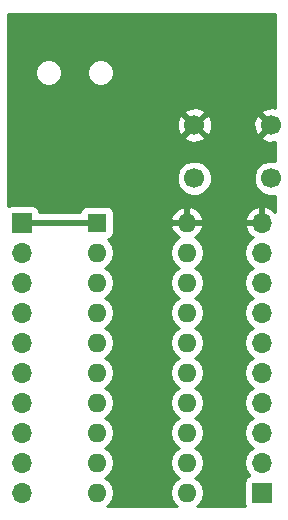
<source format=gbr>
G04 #@! TF.GenerationSoftware,KiCad,Pcbnew,(5.0.0)*
G04 #@! TF.CreationDate,2019-03-11T23:44:19-04:00*
G04 #@! TF.ProjectId,1-Hour-Board,312D486F75722D426F6172642E6B6963,rev?*
G04 #@! TF.SameCoordinates,Original*
G04 #@! TF.FileFunction,Copper,L2,Bot,Signal*
G04 #@! TF.FilePolarity,Positive*
%FSLAX46Y46*%
G04 Gerber Fmt 4.6, Leading zero omitted, Abs format (unit mm)*
G04 Created by KiCad (PCBNEW (5.0.0)) date 03/11/19 23:44:19*
%MOMM*%
%LPD*%
G01*
G04 APERTURE LIST*
G04 #@! TA.AperFunction,ComponentPad*
%ADD10C,1.700000*%
G04 #@! TD*
G04 #@! TA.AperFunction,ComponentPad*
%ADD11R,1.700000X1.700000*%
G04 #@! TD*
G04 #@! TA.AperFunction,ComponentPad*
%ADD12O,1.700000X1.700000*%
G04 #@! TD*
G04 #@! TA.AperFunction,ComponentPad*
%ADD13R,1.600000X1.600000*%
G04 #@! TD*
G04 #@! TA.AperFunction,ComponentPad*
%ADD14O,1.600000X1.600000*%
G04 #@! TD*
G04 #@! TA.AperFunction,ViaPad*
%ADD15C,0.800000*%
G04 #@! TD*
G04 #@! TA.AperFunction,Conductor*
%ADD16C,0.508000*%
G04 #@! TD*
G04 #@! TA.AperFunction,Conductor*
%ADD17C,0.254000*%
G04 #@! TD*
G04 APERTURE END LIST*
D10*
G04 #@! TO.P,SW1,1*
G04 #@! TO.N,GND*
X116205000Y-93345000D03*
X122705000Y-93345000D03*
G04 #@! TO.P,SW1,2*
G04 #@! TO.N,/~RST*
X116205000Y-97845000D03*
X122705000Y-97845000D03*
G04 #@! TD*
D11*
G04 #@! TO.P,J1,1*
G04 #@! TO.N,+3V3*
X101600000Y-101600000D03*
D12*
G04 #@! TO.P,J1,2*
G04 #@! TO.N,/P2*
X101600000Y-104140000D03*
G04 #@! TO.P,J1,3*
G04 #@! TO.N,/P3*
X101600000Y-106680000D03*
G04 #@! TO.P,J1,4*
G04 #@! TO.N,/P4*
X101600000Y-109220000D03*
G04 #@! TO.P,J1,5*
G04 #@! TO.N,/P5*
X101600000Y-111760000D03*
G04 #@! TO.P,J1,6*
G04 #@! TO.N,/P6*
X101600000Y-114300000D03*
G04 #@! TO.P,J1,7*
G04 #@! TO.N,/P7*
X101600000Y-116840000D03*
G04 #@! TO.P,J1,8*
G04 #@! TO.N,/P8*
X101600000Y-119380000D03*
G04 #@! TO.P,J1,9*
G04 #@! TO.N,/P9*
X101600000Y-121920000D03*
G04 #@! TO.P,J1,10*
G04 #@! TO.N,/P10*
X101600000Y-124460000D03*
G04 #@! TD*
G04 #@! TO.P,J2,10*
G04 #@! TO.N,GND*
X121920000Y-101600000D03*
G04 #@! TO.P,J2,9*
G04 #@! TO.N,/P19*
X121920000Y-104140000D03*
G04 #@! TO.P,J2,8*
G04 #@! TO.N,/P18*
X121920000Y-106680000D03*
G04 #@! TO.P,J2,7*
G04 #@! TO.N,/TEST*
X121920000Y-109220000D03*
G04 #@! TO.P,J2,6*
G04 #@! TO.N,/~RST*
X121920000Y-111760000D03*
G04 #@! TO.P,J2,5*
G04 #@! TO.N,/P15*
X121920000Y-114300000D03*
G04 #@! TO.P,J2,4*
G04 #@! TO.N,/P14*
X121920000Y-116840000D03*
G04 #@! TO.P,J2,3*
G04 #@! TO.N,/P13*
X121920000Y-119380000D03*
G04 #@! TO.P,J2,2*
G04 #@! TO.N,/P12*
X121920000Y-121920000D03*
D11*
G04 #@! TO.P,J2,1*
G04 #@! TO.N,/P11*
X121920000Y-124460000D03*
G04 #@! TD*
D13*
G04 #@! TO.P,U1,1*
G04 #@! TO.N,+3V3*
X107950000Y-101600000D03*
D14*
G04 #@! TO.P,U1,11*
G04 #@! TO.N,/P11*
X115570000Y-124460000D03*
G04 #@! TO.P,U1,2*
G04 #@! TO.N,/P2*
X107950000Y-104140000D03*
G04 #@! TO.P,U1,12*
G04 #@! TO.N,/P12*
X115570000Y-121920000D03*
G04 #@! TO.P,U1,3*
G04 #@! TO.N,/P3*
X107950000Y-106680000D03*
G04 #@! TO.P,U1,13*
G04 #@! TO.N,/P13*
X115570000Y-119380000D03*
G04 #@! TO.P,U1,4*
G04 #@! TO.N,/P4*
X107950000Y-109220000D03*
G04 #@! TO.P,U1,14*
G04 #@! TO.N,/P14*
X115570000Y-116840000D03*
G04 #@! TO.P,U1,5*
G04 #@! TO.N,/P5*
X107950000Y-111760000D03*
G04 #@! TO.P,U1,15*
G04 #@! TO.N,/P15*
X115570000Y-114300000D03*
G04 #@! TO.P,U1,6*
G04 #@! TO.N,/P6*
X107950000Y-114300000D03*
G04 #@! TO.P,U1,16*
G04 #@! TO.N,/~RST*
X115570000Y-111760000D03*
G04 #@! TO.P,U1,7*
G04 #@! TO.N,/P7*
X107950000Y-116840000D03*
G04 #@! TO.P,U1,17*
G04 #@! TO.N,/TEST*
X115570000Y-109220000D03*
G04 #@! TO.P,U1,8*
G04 #@! TO.N,/P8*
X107950000Y-119380000D03*
G04 #@! TO.P,U1,18*
G04 #@! TO.N,/P18*
X115570000Y-106680000D03*
G04 #@! TO.P,U1,9*
G04 #@! TO.N,/P9*
X107950000Y-121920000D03*
G04 #@! TO.P,U1,19*
G04 #@! TO.N,/P19*
X115570000Y-104140000D03*
G04 #@! TO.P,U1,10*
G04 #@! TO.N,/P10*
X107950000Y-124460000D03*
G04 #@! TO.P,U1,20*
G04 #@! TO.N,GND*
X115570000Y-101600000D03*
G04 #@! TD*
D15*
G04 #@! TO.N,GND*
X101595000Y-95245000D03*
X103505000Y-95250000D03*
X101595000Y-89530000D03*
X108585000Y-97790000D03*
X110495000Y-88905000D03*
X112395000Y-84455000D03*
G04 #@! TD*
D16*
G04 #@! TO.N,+3V3*
X101600000Y-101600000D02*
X107950000Y-101600000D01*
G04 #@! TO.N,GND*
X114300000Y-84455000D02*
X112395000Y-84455000D01*
G04 #@! TD*
D17*
G04 #@! TO.N,GND*
G36*
X123063000Y-91895178D02*
X122933721Y-91848282D01*
X122343542Y-91874685D01*
X121920920Y-92049741D01*
X121840647Y-92301042D01*
X122705000Y-93165395D01*
X122719143Y-93151253D01*
X122898748Y-93330858D01*
X122884605Y-93345000D01*
X122898748Y-93359143D01*
X122719143Y-93538748D01*
X122705000Y-93524605D01*
X121840647Y-94388958D01*
X121920920Y-94640259D01*
X122476279Y-94841718D01*
X123063000Y-94815470D01*
X123063000Y-96385936D01*
X123000385Y-96360000D01*
X122409615Y-96360000D01*
X121863815Y-96586078D01*
X121446078Y-97003815D01*
X121220000Y-97549615D01*
X121220000Y-98140385D01*
X121446078Y-98686185D01*
X121863815Y-99103922D01*
X122409615Y-99330000D01*
X123000385Y-99330000D01*
X123063000Y-99304064D01*
X123063000Y-100691914D01*
X122801358Y-100404817D01*
X122276892Y-100158514D01*
X122047000Y-100279181D01*
X122047000Y-101473000D01*
X122067000Y-101473000D01*
X122067000Y-101727000D01*
X122047000Y-101727000D01*
X122047000Y-101747000D01*
X121793000Y-101747000D01*
X121793000Y-101727000D01*
X120599845Y-101727000D01*
X120478524Y-101956890D01*
X120648355Y-102366924D01*
X121038642Y-102795183D01*
X121168478Y-102856157D01*
X120849375Y-103069375D01*
X120521161Y-103560582D01*
X120405908Y-104140000D01*
X120521161Y-104719418D01*
X120849375Y-105210625D01*
X121147761Y-105410000D01*
X120849375Y-105609375D01*
X120521161Y-106100582D01*
X120405908Y-106680000D01*
X120521161Y-107259418D01*
X120849375Y-107750625D01*
X121147761Y-107950000D01*
X120849375Y-108149375D01*
X120521161Y-108640582D01*
X120405908Y-109220000D01*
X120521161Y-109799418D01*
X120849375Y-110290625D01*
X121147761Y-110490000D01*
X120849375Y-110689375D01*
X120521161Y-111180582D01*
X120405908Y-111760000D01*
X120521161Y-112339418D01*
X120849375Y-112830625D01*
X121147761Y-113030000D01*
X120849375Y-113229375D01*
X120521161Y-113720582D01*
X120405908Y-114300000D01*
X120521161Y-114879418D01*
X120849375Y-115370625D01*
X121147761Y-115570000D01*
X120849375Y-115769375D01*
X120521161Y-116260582D01*
X120405908Y-116840000D01*
X120521161Y-117419418D01*
X120849375Y-117910625D01*
X121147761Y-118110000D01*
X120849375Y-118309375D01*
X120521161Y-118800582D01*
X120405908Y-119380000D01*
X120521161Y-119959418D01*
X120849375Y-120450625D01*
X121147761Y-120650000D01*
X120849375Y-120849375D01*
X120521161Y-121340582D01*
X120405908Y-121920000D01*
X120521161Y-122499418D01*
X120849375Y-122990625D01*
X120867619Y-123002816D01*
X120822235Y-123011843D01*
X120612191Y-123152191D01*
X120471843Y-123362235D01*
X120422560Y-123610000D01*
X120422560Y-125310000D01*
X120471843Y-125557765D01*
X120502068Y-125603000D01*
X116442310Y-125603000D01*
X116604577Y-125494577D01*
X116921740Y-125019909D01*
X117033113Y-124460000D01*
X116921740Y-123900091D01*
X116604577Y-123425423D01*
X116252242Y-123190000D01*
X116604577Y-122954577D01*
X116921740Y-122479909D01*
X117033113Y-121920000D01*
X116921740Y-121360091D01*
X116604577Y-120885423D01*
X116252242Y-120650000D01*
X116604577Y-120414577D01*
X116921740Y-119939909D01*
X117033113Y-119380000D01*
X116921740Y-118820091D01*
X116604577Y-118345423D01*
X116252242Y-118110000D01*
X116604577Y-117874577D01*
X116921740Y-117399909D01*
X117033113Y-116840000D01*
X116921740Y-116280091D01*
X116604577Y-115805423D01*
X116252242Y-115570000D01*
X116604577Y-115334577D01*
X116921740Y-114859909D01*
X117033113Y-114300000D01*
X116921740Y-113740091D01*
X116604577Y-113265423D01*
X116252242Y-113030000D01*
X116604577Y-112794577D01*
X116921740Y-112319909D01*
X117033113Y-111760000D01*
X116921740Y-111200091D01*
X116604577Y-110725423D01*
X116252242Y-110490000D01*
X116604577Y-110254577D01*
X116921740Y-109779909D01*
X117033113Y-109220000D01*
X116921740Y-108660091D01*
X116604577Y-108185423D01*
X116252242Y-107950000D01*
X116604577Y-107714577D01*
X116921740Y-107239909D01*
X117033113Y-106680000D01*
X116921740Y-106120091D01*
X116604577Y-105645423D01*
X116252242Y-105410000D01*
X116604577Y-105174577D01*
X116921740Y-104699909D01*
X117033113Y-104140000D01*
X116921740Y-103580091D01*
X116604577Y-103105423D01*
X116220892Y-102849053D01*
X116425134Y-102752389D01*
X116801041Y-102337423D01*
X116961904Y-101949039D01*
X116839915Y-101727000D01*
X115697000Y-101727000D01*
X115697000Y-101747000D01*
X115443000Y-101747000D01*
X115443000Y-101727000D01*
X114300085Y-101727000D01*
X114178096Y-101949039D01*
X114338959Y-102337423D01*
X114714866Y-102752389D01*
X114919108Y-102849053D01*
X114535423Y-103105423D01*
X114218260Y-103580091D01*
X114106887Y-104140000D01*
X114218260Y-104699909D01*
X114535423Y-105174577D01*
X114887758Y-105410000D01*
X114535423Y-105645423D01*
X114218260Y-106120091D01*
X114106887Y-106680000D01*
X114218260Y-107239909D01*
X114535423Y-107714577D01*
X114887758Y-107950000D01*
X114535423Y-108185423D01*
X114218260Y-108660091D01*
X114106887Y-109220000D01*
X114218260Y-109779909D01*
X114535423Y-110254577D01*
X114887758Y-110490000D01*
X114535423Y-110725423D01*
X114218260Y-111200091D01*
X114106887Y-111760000D01*
X114218260Y-112319909D01*
X114535423Y-112794577D01*
X114887758Y-113030000D01*
X114535423Y-113265423D01*
X114218260Y-113740091D01*
X114106887Y-114300000D01*
X114218260Y-114859909D01*
X114535423Y-115334577D01*
X114887758Y-115570000D01*
X114535423Y-115805423D01*
X114218260Y-116280091D01*
X114106887Y-116840000D01*
X114218260Y-117399909D01*
X114535423Y-117874577D01*
X114887758Y-118110000D01*
X114535423Y-118345423D01*
X114218260Y-118820091D01*
X114106887Y-119380000D01*
X114218260Y-119939909D01*
X114535423Y-120414577D01*
X114887758Y-120650000D01*
X114535423Y-120885423D01*
X114218260Y-121360091D01*
X114106887Y-121920000D01*
X114218260Y-122479909D01*
X114535423Y-122954577D01*
X114887758Y-123190000D01*
X114535423Y-123425423D01*
X114218260Y-123900091D01*
X114106887Y-124460000D01*
X114218260Y-125019909D01*
X114535423Y-125494577D01*
X114697690Y-125603000D01*
X108822310Y-125603000D01*
X108984577Y-125494577D01*
X109301740Y-125019909D01*
X109413113Y-124460000D01*
X109301740Y-123900091D01*
X108984577Y-123425423D01*
X108632242Y-123190000D01*
X108984577Y-122954577D01*
X109301740Y-122479909D01*
X109413113Y-121920000D01*
X109301740Y-121360091D01*
X108984577Y-120885423D01*
X108632242Y-120650000D01*
X108984577Y-120414577D01*
X109301740Y-119939909D01*
X109413113Y-119380000D01*
X109301740Y-118820091D01*
X108984577Y-118345423D01*
X108632242Y-118110000D01*
X108984577Y-117874577D01*
X109301740Y-117399909D01*
X109413113Y-116840000D01*
X109301740Y-116280091D01*
X108984577Y-115805423D01*
X108632242Y-115570000D01*
X108984577Y-115334577D01*
X109301740Y-114859909D01*
X109413113Y-114300000D01*
X109301740Y-113740091D01*
X108984577Y-113265423D01*
X108632242Y-113030000D01*
X108984577Y-112794577D01*
X109301740Y-112319909D01*
X109413113Y-111760000D01*
X109301740Y-111200091D01*
X108984577Y-110725423D01*
X108632242Y-110490000D01*
X108984577Y-110254577D01*
X109301740Y-109779909D01*
X109413113Y-109220000D01*
X109301740Y-108660091D01*
X108984577Y-108185423D01*
X108632242Y-107950000D01*
X108984577Y-107714577D01*
X109301740Y-107239909D01*
X109413113Y-106680000D01*
X109301740Y-106120091D01*
X108984577Y-105645423D01*
X108632242Y-105410000D01*
X108984577Y-105174577D01*
X109301740Y-104699909D01*
X109413113Y-104140000D01*
X109301740Y-103580091D01*
X108984577Y-103105423D01*
X108863894Y-103024785D01*
X108997765Y-102998157D01*
X109207809Y-102857809D01*
X109348157Y-102647765D01*
X109397440Y-102400000D01*
X109397440Y-101250961D01*
X114178096Y-101250961D01*
X114300085Y-101473000D01*
X115443000Y-101473000D01*
X115443000Y-100329371D01*
X115697000Y-100329371D01*
X115697000Y-101473000D01*
X116839915Y-101473000D01*
X116961904Y-101250961D01*
X116958653Y-101243110D01*
X120478524Y-101243110D01*
X120599845Y-101473000D01*
X121793000Y-101473000D01*
X121793000Y-100279181D01*
X121563108Y-100158514D01*
X121038642Y-100404817D01*
X120648355Y-100833076D01*
X120478524Y-101243110D01*
X116958653Y-101243110D01*
X116801041Y-100862577D01*
X116425134Y-100447611D01*
X115919041Y-100208086D01*
X115697000Y-100329371D01*
X115443000Y-100329371D01*
X115220959Y-100208086D01*
X114714866Y-100447611D01*
X114338959Y-100862577D01*
X114178096Y-101250961D01*
X109397440Y-101250961D01*
X109397440Y-100800000D01*
X109348157Y-100552235D01*
X109207809Y-100342191D01*
X108997765Y-100201843D01*
X108750000Y-100152560D01*
X107150000Y-100152560D01*
X106902235Y-100201843D01*
X106692191Y-100342191D01*
X106551843Y-100552235D01*
X106520263Y-100711000D01*
X103089682Y-100711000D01*
X103048157Y-100502235D01*
X102907809Y-100292191D01*
X102697765Y-100151843D01*
X102450000Y-100102560D01*
X100750000Y-100102560D01*
X100502235Y-100151843D01*
X100457000Y-100182068D01*
X100457000Y-97549615D01*
X114720000Y-97549615D01*
X114720000Y-98140385D01*
X114946078Y-98686185D01*
X115363815Y-99103922D01*
X115909615Y-99330000D01*
X116500385Y-99330000D01*
X117046185Y-99103922D01*
X117463922Y-98686185D01*
X117690000Y-98140385D01*
X117690000Y-97549615D01*
X117463922Y-97003815D01*
X117046185Y-96586078D01*
X116500385Y-96360000D01*
X115909615Y-96360000D01*
X115363815Y-96586078D01*
X114946078Y-97003815D01*
X114720000Y-97549615D01*
X100457000Y-97549615D01*
X100457000Y-94388958D01*
X115340647Y-94388958D01*
X115420920Y-94640259D01*
X115976279Y-94841718D01*
X116566458Y-94815315D01*
X116989080Y-94640259D01*
X117069353Y-94388958D01*
X116205000Y-93524605D01*
X115340647Y-94388958D01*
X100457000Y-94388958D01*
X100457000Y-93116279D01*
X114708282Y-93116279D01*
X114734685Y-93706458D01*
X114909741Y-94129080D01*
X115161042Y-94209353D01*
X116025395Y-93345000D01*
X116384605Y-93345000D01*
X117248958Y-94209353D01*
X117500259Y-94129080D01*
X117701718Y-93573721D01*
X117681254Y-93116279D01*
X121208282Y-93116279D01*
X121234685Y-93706458D01*
X121409741Y-94129080D01*
X121661042Y-94209353D01*
X122525395Y-93345000D01*
X121661042Y-92480647D01*
X121409741Y-92560920D01*
X121208282Y-93116279D01*
X117681254Y-93116279D01*
X117675315Y-92983542D01*
X117500259Y-92560920D01*
X117248958Y-92480647D01*
X116384605Y-93345000D01*
X116025395Y-93345000D01*
X115161042Y-92480647D01*
X114909741Y-92560920D01*
X114708282Y-93116279D01*
X100457000Y-93116279D01*
X100457000Y-92301042D01*
X115340647Y-92301042D01*
X116205000Y-93165395D01*
X117069353Y-92301042D01*
X116989080Y-92049741D01*
X116433721Y-91848282D01*
X115843542Y-91874685D01*
X115420920Y-92049741D01*
X115340647Y-92301042D01*
X100457000Y-92301042D01*
X100457000Y-88674234D01*
X102710000Y-88674234D01*
X102710000Y-89125766D01*
X102882793Y-89542926D01*
X103202074Y-89862207D01*
X103619234Y-90035000D01*
X104070766Y-90035000D01*
X104487926Y-89862207D01*
X104807207Y-89542926D01*
X104980000Y-89125766D01*
X104980000Y-88674234D01*
X107110000Y-88674234D01*
X107110000Y-89125766D01*
X107282793Y-89542926D01*
X107602074Y-89862207D01*
X108019234Y-90035000D01*
X108470766Y-90035000D01*
X108887926Y-89862207D01*
X109207207Y-89542926D01*
X109380000Y-89125766D01*
X109380000Y-88674234D01*
X109207207Y-88257074D01*
X108887926Y-87937793D01*
X108470766Y-87765000D01*
X108019234Y-87765000D01*
X107602074Y-87937793D01*
X107282793Y-88257074D01*
X107110000Y-88674234D01*
X104980000Y-88674234D01*
X104807207Y-88257074D01*
X104487926Y-87937793D01*
X104070766Y-87765000D01*
X103619234Y-87765000D01*
X103202074Y-87937793D01*
X102882793Y-88257074D01*
X102710000Y-88674234D01*
X100457000Y-88674234D01*
X100457000Y-83947000D01*
X123063000Y-83947000D01*
X123063000Y-91895178D01*
X123063000Y-91895178D01*
G37*
X123063000Y-91895178D02*
X122933721Y-91848282D01*
X122343542Y-91874685D01*
X121920920Y-92049741D01*
X121840647Y-92301042D01*
X122705000Y-93165395D01*
X122719143Y-93151253D01*
X122898748Y-93330858D01*
X122884605Y-93345000D01*
X122898748Y-93359143D01*
X122719143Y-93538748D01*
X122705000Y-93524605D01*
X121840647Y-94388958D01*
X121920920Y-94640259D01*
X122476279Y-94841718D01*
X123063000Y-94815470D01*
X123063000Y-96385936D01*
X123000385Y-96360000D01*
X122409615Y-96360000D01*
X121863815Y-96586078D01*
X121446078Y-97003815D01*
X121220000Y-97549615D01*
X121220000Y-98140385D01*
X121446078Y-98686185D01*
X121863815Y-99103922D01*
X122409615Y-99330000D01*
X123000385Y-99330000D01*
X123063000Y-99304064D01*
X123063000Y-100691914D01*
X122801358Y-100404817D01*
X122276892Y-100158514D01*
X122047000Y-100279181D01*
X122047000Y-101473000D01*
X122067000Y-101473000D01*
X122067000Y-101727000D01*
X122047000Y-101727000D01*
X122047000Y-101747000D01*
X121793000Y-101747000D01*
X121793000Y-101727000D01*
X120599845Y-101727000D01*
X120478524Y-101956890D01*
X120648355Y-102366924D01*
X121038642Y-102795183D01*
X121168478Y-102856157D01*
X120849375Y-103069375D01*
X120521161Y-103560582D01*
X120405908Y-104140000D01*
X120521161Y-104719418D01*
X120849375Y-105210625D01*
X121147761Y-105410000D01*
X120849375Y-105609375D01*
X120521161Y-106100582D01*
X120405908Y-106680000D01*
X120521161Y-107259418D01*
X120849375Y-107750625D01*
X121147761Y-107950000D01*
X120849375Y-108149375D01*
X120521161Y-108640582D01*
X120405908Y-109220000D01*
X120521161Y-109799418D01*
X120849375Y-110290625D01*
X121147761Y-110490000D01*
X120849375Y-110689375D01*
X120521161Y-111180582D01*
X120405908Y-111760000D01*
X120521161Y-112339418D01*
X120849375Y-112830625D01*
X121147761Y-113030000D01*
X120849375Y-113229375D01*
X120521161Y-113720582D01*
X120405908Y-114300000D01*
X120521161Y-114879418D01*
X120849375Y-115370625D01*
X121147761Y-115570000D01*
X120849375Y-115769375D01*
X120521161Y-116260582D01*
X120405908Y-116840000D01*
X120521161Y-117419418D01*
X120849375Y-117910625D01*
X121147761Y-118110000D01*
X120849375Y-118309375D01*
X120521161Y-118800582D01*
X120405908Y-119380000D01*
X120521161Y-119959418D01*
X120849375Y-120450625D01*
X121147761Y-120650000D01*
X120849375Y-120849375D01*
X120521161Y-121340582D01*
X120405908Y-121920000D01*
X120521161Y-122499418D01*
X120849375Y-122990625D01*
X120867619Y-123002816D01*
X120822235Y-123011843D01*
X120612191Y-123152191D01*
X120471843Y-123362235D01*
X120422560Y-123610000D01*
X120422560Y-125310000D01*
X120471843Y-125557765D01*
X120502068Y-125603000D01*
X116442310Y-125603000D01*
X116604577Y-125494577D01*
X116921740Y-125019909D01*
X117033113Y-124460000D01*
X116921740Y-123900091D01*
X116604577Y-123425423D01*
X116252242Y-123190000D01*
X116604577Y-122954577D01*
X116921740Y-122479909D01*
X117033113Y-121920000D01*
X116921740Y-121360091D01*
X116604577Y-120885423D01*
X116252242Y-120650000D01*
X116604577Y-120414577D01*
X116921740Y-119939909D01*
X117033113Y-119380000D01*
X116921740Y-118820091D01*
X116604577Y-118345423D01*
X116252242Y-118110000D01*
X116604577Y-117874577D01*
X116921740Y-117399909D01*
X117033113Y-116840000D01*
X116921740Y-116280091D01*
X116604577Y-115805423D01*
X116252242Y-115570000D01*
X116604577Y-115334577D01*
X116921740Y-114859909D01*
X117033113Y-114300000D01*
X116921740Y-113740091D01*
X116604577Y-113265423D01*
X116252242Y-113030000D01*
X116604577Y-112794577D01*
X116921740Y-112319909D01*
X117033113Y-111760000D01*
X116921740Y-111200091D01*
X116604577Y-110725423D01*
X116252242Y-110490000D01*
X116604577Y-110254577D01*
X116921740Y-109779909D01*
X117033113Y-109220000D01*
X116921740Y-108660091D01*
X116604577Y-108185423D01*
X116252242Y-107950000D01*
X116604577Y-107714577D01*
X116921740Y-107239909D01*
X117033113Y-106680000D01*
X116921740Y-106120091D01*
X116604577Y-105645423D01*
X116252242Y-105410000D01*
X116604577Y-105174577D01*
X116921740Y-104699909D01*
X117033113Y-104140000D01*
X116921740Y-103580091D01*
X116604577Y-103105423D01*
X116220892Y-102849053D01*
X116425134Y-102752389D01*
X116801041Y-102337423D01*
X116961904Y-101949039D01*
X116839915Y-101727000D01*
X115697000Y-101727000D01*
X115697000Y-101747000D01*
X115443000Y-101747000D01*
X115443000Y-101727000D01*
X114300085Y-101727000D01*
X114178096Y-101949039D01*
X114338959Y-102337423D01*
X114714866Y-102752389D01*
X114919108Y-102849053D01*
X114535423Y-103105423D01*
X114218260Y-103580091D01*
X114106887Y-104140000D01*
X114218260Y-104699909D01*
X114535423Y-105174577D01*
X114887758Y-105410000D01*
X114535423Y-105645423D01*
X114218260Y-106120091D01*
X114106887Y-106680000D01*
X114218260Y-107239909D01*
X114535423Y-107714577D01*
X114887758Y-107950000D01*
X114535423Y-108185423D01*
X114218260Y-108660091D01*
X114106887Y-109220000D01*
X114218260Y-109779909D01*
X114535423Y-110254577D01*
X114887758Y-110490000D01*
X114535423Y-110725423D01*
X114218260Y-111200091D01*
X114106887Y-111760000D01*
X114218260Y-112319909D01*
X114535423Y-112794577D01*
X114887758Y-113030000D01*
X114535423Y-113265423D01*
X114218260Y-113740091D01*
X114106887Y-114300000D01*
X114218260Y-114859909D01*
X114535423Y-115334577D01*
X114887758Y-115570000D01*
X114535423Y-115805423D01*
X114218260Y-116280091D01*
X114106887Y-116840000D01*
X114218260Y-117399909D01*
X114535423Y-117874577D01*
X114887758Y-118110000D01*
X114535423Y-118345423D01*
X114218260Y-118820091D01*
X114106887Y-119380000D01*
X114218260Y-119939909D01*
X114535423Y-120414577D01*
X114887758Y-120650000D01*
X114535423Y-120885423D01*
X114218260Y-121360091D01*
X114106887Y-121920000D01*
X114218260Y-122479909D01*
X114535423Y-122954577D01*
X114887758Y-123190000D01*
X114535423Y-123425423D01*
X114218260Y-123900091D01*
X114106887Y-124460000D01*
X114218260Y-125019909D01*
X114535423Y-125494577D01*
X114697690Y-125603000D01*
X108822310Y-125603000D01*
X108984577Y-125494577D01*
X109301740Y-125019909D01*
X109413113Y-124460000D01*
X109301740Y-123900091D01*
X108984577Y-123425423D01*
X108632242Y-123190000D01*
X108984577Y-122954577D01*
X109301740Y-122479909D01*
X109413113Y-121920000D01*
X109301740Y-121360091D01*
X108984577Y-120885423D01*
X108632242Y-120650000D01*
X108984577Y-120414577D01*
X109301740Y-119939909D01*
X109413113Y-119380000D01*
X109301740Y-118820091D01*
X108984577Y-118345423D01*
X108632242Y-118110000D01*
X108984577Y-117874577D01*
X109301740Y-117399909D01*
X109413113Y-116840000D01*
X109301740Y-116280091D01*
X108984577Y-115805423D01*
X108632242Y-115570000D01*
X108984577Y-115334577D01*
X109301740Y-114859909D01*
X109413113Y-114300000D01*
X109301740Y-113740091D01*
X108984577Y-113265423D01*
X108632242Y-113030000D01*
X108984577Y-112794577D01*
X109301740Y-112319909D01*
X109413113Y-111760000D01*
X109301740Y-111200091D01*
X108984577Y-110725423D01*
X108632242Y-110490000D01*
X108984577Y-110254577D01*
X109301740Y-109779909D01*
X109413113Y-109220000D01*
X109301740Y-108660091D01*
X108984577Y-108185423D01*
X108632242Y-107950000D01*
X108984577Y-107714577D01*
X109301740Y-107239909D01*
X109413113Y-106680000D01*
X109301740Y-106120091D01*
X108984577Y-105645423D01*
X108632242Y-105410000D01*
X108984577Y-105174577D01*
X109301740Y-104699909D01*
X109413113Y-104140000D01*
X109301740Y-103580091D01*
X108984577Y-103105423D01*
X108863894Y-103024785D01*
X108997765Y-102998157D01*
X109207809Y-102857809D01*
X109348157Y-102647765D01*
X109397440Y-102400000D01*
X109397440Y-101250961D01*
X114178096Y-101250961D01*
X114300085Y-101473000D01*
X115443000Y-101473000D01*
X115443000Y-100329371D01*
X115697000Y-100329371D01*
X115697000Y-101473000D01*
X116839915Y-101473000D01*
X116961904Y-101250961D01*
X116958653Y-101243110D01*
X120478524Y-101243110D01*
X120599845Y-101473000D01*
X121793000Y-101473000D01*
X121793000Y-100279181D01*
X121563108Y-100158514D01*
X121038642Y-100404817D01*
X120648355Y-100833076D01*
X120478524Y-101243110D01*
X116958653Y-101243110D01*
X116801041Y-100862577D01*
X116425134Y-100447611D01*
X115919041Y-100208086D01*
X115697000Y-100329371D01*
X115443000Y-100329371D01*
X115220959Y-100208086D01*
X114714866Y-100447611D01*
X114338959Y-100862577D01*
X114178096Y-101250961D01*
X109397440Y-101250961D01*
X109397440Y-100800000D01*
X109348157Y-100552235D01*
X109207809Y-100342191D01*
X108997765Y-100201843D01*
X108750000Y-100152560D01*
X107150000Y-100152560D01*
X106902235Y-100201843D01*
X106692191Y-100342191D01*
X106551843Y-100552235D01*
X106520263Y-100711000D01*
X103089682Y-100711000D01*
X103048157Y-100502235D01*
X102907809Y-100292191D01*
X102697765Y-100151843D01*
X102450000Y-100102560D01*
X100750000Y-100102560D01*
X100502235Y-100151843D01*
X100457000Y-100182068D01*
X100457000Y-97549615D01*
X114720000Y-97549615D01*
X114720000Y-98140385D01*
X114946078Y-98686185D01*
X115363815Y-99103922D01*
X115909615Y-99330000D01*
X116500385Y-99330000D01*
X117046185Y-99103922D01*
X117463922Y-98686185D01*
X117690000Y-98140385D01*
X117690000Y-97549615D01*
X117463922Y-97003815D01*
X117046185Y-96586078D01*
X116500385Y-96360000D01*
X115909615Y-96360000D01*
X115363815Y-96586078D01*
X114946078Y-97003815D01*
X114720000Y-97549615D01*
X100457000Y-97549615D01*
X100457000Y-94388958D01*
X115340647Y-94388958D01*
X115420920Y-94640259D01*
X115976279Y-94841718D01*
X116566458Y-94815315D01*
X116989080Y-94640259D01*
X117069353Y-94388958D01*
X116205000Y-93524605D01*
X115340647Y-94388958D01*
X100457000Y-94388958D01*
X100457000Y-93116279D01*
X114708282Y-93116279D01*
X114734685Y-93706458D01*
X114909741Y-94129080D01*
X115161042Y-94209353D01*
X116025395Y-93345000D01*
X116384605Y-93345000D01*
X117248958Y-94209353D01*
X117500259Y-94129080D01*
X117701718Y-93573721D01*
X117681254Y-93116279D01*
X121208282Y-93116279D01*
X121234685Y-93706458D01*
X121409741Y-94129080D01*
X121661042Y-94209353D01*
X122525395Y-93345000D01*
X121661042Y-92480647D01*
X121409741Y-92560920D01*
X121208282Y-93116279D01*
X117681254Y-93116279D01*
X117675315Y-92983542D01*
X117500259Y-92560920D01*
X117248958Y-92480647D01*
X116384605Y-93345000D01*
X116025395Y-93345000D01*
X115161042Y-92480647D01*
X114909741Y-92560920D01*
X114708282Y-93116279D01*
X100457000Y-93116279D01*
X100457000Y-92301042D01*
X115340647Y-92301042D01*
X116205000Y-93165395D01*
X117069353Y-92301042D01*
X116989080Y-92049741D01*
X116433721Y-91848282D01*
X115843542Y-91874685D01*
X115420920Y-92049741D01*
X115340647Y-92301042D01*
X100457000Y-92301042D01*
X100457000Y-88674234D01*
X102710000Y-88674234D01*
X102710000Y-89125766D01*
X102882793Y-89542926D01*
X103202074Y-89862207D01*
X103619234Y-90035000D01*
X104070766Y-90035000D01*
X104487926Y-89862207D01*
X104807207Y-89542926D01*
X104980000Y-89125766D01*
X104980000Y-88674234D01*
X107110000Y-88674234D01*
X107110000Y-89125766D01*
X107282793Y-89542926D01*
X107602074Y-89862207D01*
X108019234Y-90035000D01*
X108470766Y-90035000D01*
X108887926Y-89862207D01*
X109207207Y-89542926D01*
X109380000Y-89125766D01*
X109380000Y-88674234D01*
X109207207Y-88257074D01*
X108887926Y-87937793D01*
X108470766Y-87765000D01*
X108019234Y-87765000D01*
X107602074Y-87937793D01*
X107282793Y-88257074D01*
X107110000Y-88674234D01*
X104980000Y-88674234D01*
X104807207Y-88257074D01*
X104487926Y-87937793D01*
X104070766Y-87765000D01*
X103619234Y-87765000D01*
X103202074Y-87937793D01*
X102882793Y-88257074D01*
X102710000Y-88674234D01*
X100457000Y-88674234D01*
X100457000Y-83947000D01*
X123063000Y-83947000D01*
X123063000Y-91895178D01*
G04 #@! TD*
M02*

</source>
